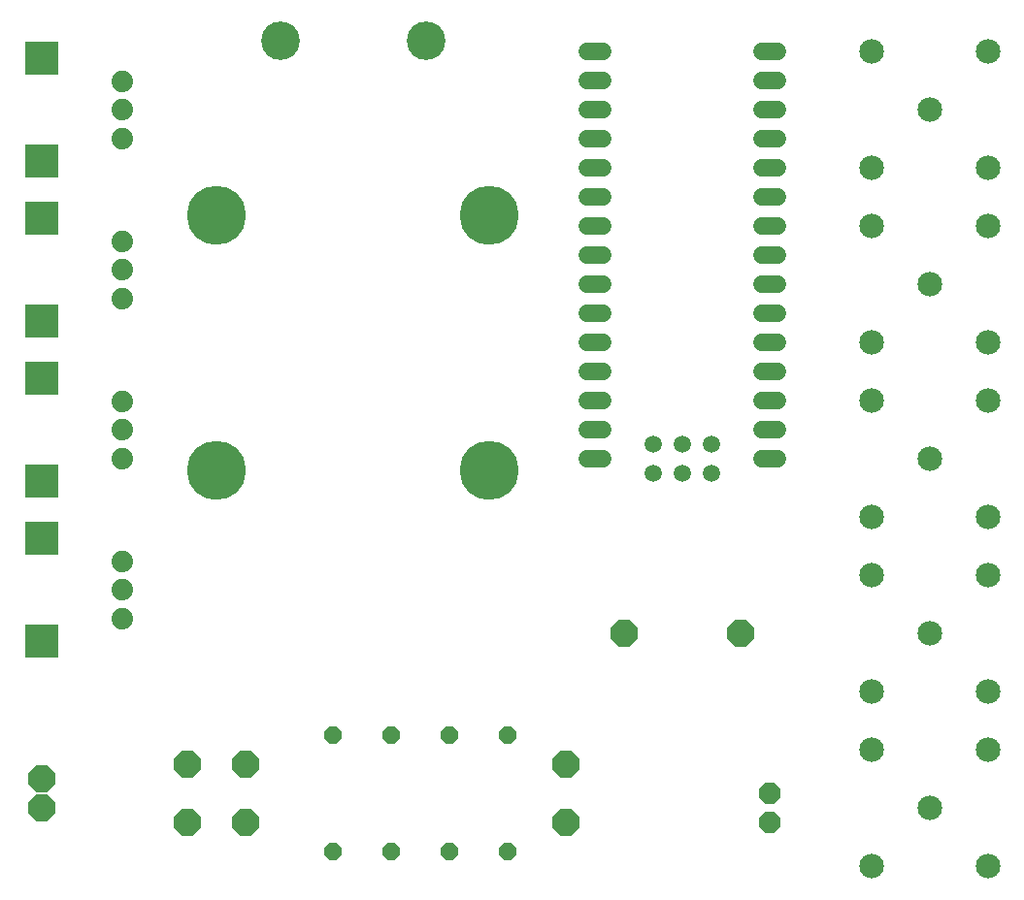
<source format=gbr>
G04 EAGLE Gerber X2 export*
G75*
%MOMM*%
%FSLAX34Y34*%
%LPD*%
%AMOC8*
5,1,8,0,0,1.08239X$1,22.5*%
G01*
%ADD10C,3.363200*%
%ADD11C,5.153200*%
%ADD12P,2.034460X8X112.500000*%
%ADD13P,1.649562X8X112.500000*%
%ADD14P,1.649562X8X292.500000*%
%ADD15C,1.511200*%
%ADD16C,1.511200*%
%ADD17C,2.146300*%
%ADD18C,1.879600*%
%ADD19R,3.003200X3.003200*%
%ADD20P,2.556822X8X22.500000*%


D10*
X474750Y771550D03*
X347750Y771550D03*
D11*
X530400Y619150D03*
X292100Y619150D03*
X530400Y396850D03*
X292100Y396850D03*
D12*
X774700Y88900D03*
X774700Y114300D03*
D13*
X393700Y63500D03*
X393700Y165100D03*
D14*
X444500Y165100D03*
X444500Y63500D03*
X495300Y165100D03*
X495300Y63500D03*
X546100Y165100D03*
X546100Y63500D03*
D15*
X768160Y406400D02*
X781240Y406400D01*
X781240Y431800D02*
X768160Y431800D01*
X768160Y457200D02*
X781240Y457200D01*
X781240Y482600D02*
X768160Y482600D01*
X768160Y508000D02*
X781240Y508000D01*
X781240Y533400D02*
X768160Y533400D01*
X768160Y558800D02*
X781240Y558800D01*
X781240Y584200D02*
X768160Y584200D01*
X768160Y609600D02*
X781240Y609600D01*
X781240Y635000D02*
X768160Y635000D01*
X768160Y660400D02*
X781240Y660400D01*
X781240Y685800D02*
X768160Y685800D01*
X628840Y406400D02*
X615760Y406400D01*
X615760Y431800D02*
X628840Y431800D01*
X628840Y457200D02*
X615760Y457200D01*
X615760Y609600D02*
X628840Y609600D01*
X628840Y635000D02*
X615760Y635000D01*
X615760Y660400D02*
X628840Y660400D01*
X628840Y685800D02*
X615760Y685800D01*
X615760Y762000D02*
X628840Y762000D01*
X768160Y762000D02*
X781240Y762000D01*
X781240Y736600D02*
X768160Y736600D01*
X768160Y711200D02*
X781240Y711200D01*
X628840Y736600D02*
X615760Y736600D01*
X615760Y711200D02*
X628840Y711200D01*
X628840Y482600D02*
X615760Y482600D01*
D16*
X673100Y419100D03*
X698500Y419100D03*
X723900Y419100D03*
D15*
X628840Y584200D02*
X615760Y584200D01*
X615760Y558800D02*
X628840Y558800D01*
X628840Y533400D02*
X615760Y533400D01*
X615760Y508000D02*
X628840Y508000D01*
D16*
X673100Y393700D03*
X698500Y393700D03*
X723900Y393700D03*
D17*
X914400Y711200D03*
X965200Y762000D03*
X863600Y762000D03*
X863600Y660400D03*
X965200Y660400D03*
X914400Y558800D03*
X965200Y609600D03*
X863600Y609600D03*
X863600Y508000D03*
X965200Y508000D03*
X914400Y254000D03*
X965200Y304800D03*
X863600Y304800D03*
X863600Y203200D03*
X965200Y203200D03*
X914400Y101600D03*
X965200Y152400D03*
X863600Y152400D03*
X863600Y50800D03*
X965200Y50800D03*
X914400Y406400D03*
X965200Y457200D03*
X863600Y457200D03*
X863600Y355600D03*
X965200Y355600D03*
D18*
X209700Y267100D03*
X209700Y292100D03*
X209700Y317100D03*
D19*
X139700Y337100D03*
X139700Y247100D03*
D18*
X209700Y686200D03*
X209700Y711200D03*
X209700Y736200D03*
D19*
X139700Y756200D03*
X139700Y666200D03*
D18*
X209700Y546500D03*
X209700Y571500D03*
X209700Y596500D03*
D19*
X139700Y616500D03*
X139700Y526500D03*
D18*
X209700Y406800D03*
X209700Y431800D03*
X209700Y456800D03*
D19*
X139700Y476800D03*
X139700Y386800D03*
D20*
X647700Y254000D03*
X749300Y254000D03*
X317500Y139700D03*
X317500Y88900D03*
X596900Y139700D03*
X596900Y88900D03*
X139700Y127000D03*
X139700Y101600D03*
X266700Y88900D03*
X266700Y139700D03*
M02*

</source>
